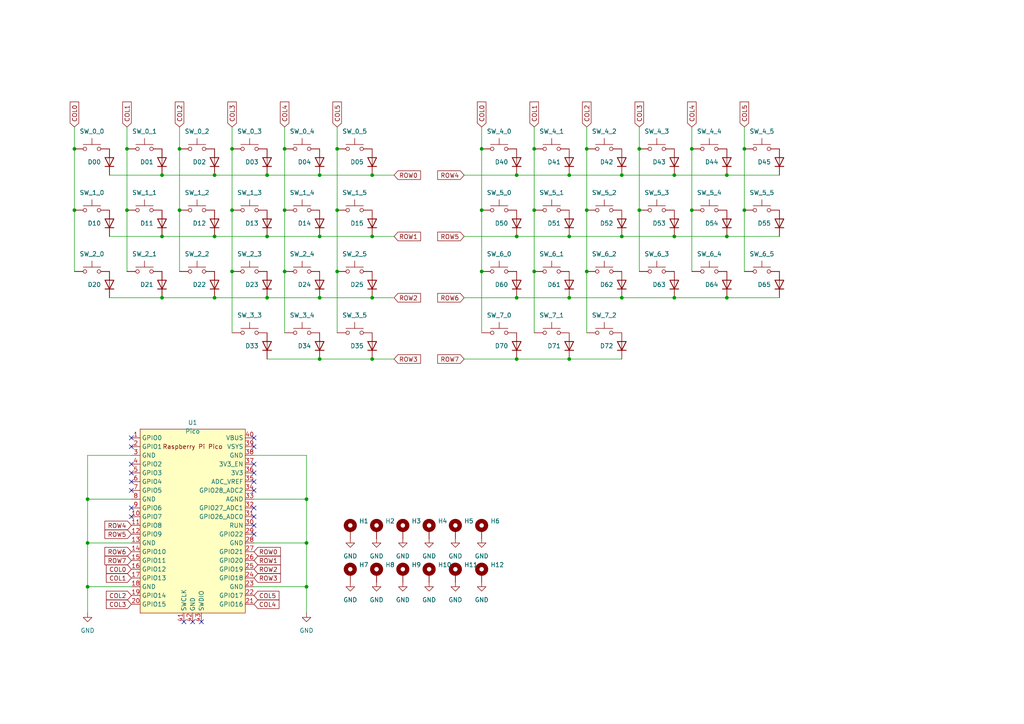
<source format=kicad_sch>
(kicad_sch (version 20231120) (generator "eeschema") (generator_version "8.0")
  (paper "A4")
  (lib_symbols
    (symbol "Device:D" (pin_numbers hide) (pin_names (offset 1.016) hide)
      (property "Reference" "D" (at 0 2.54 0))
      (property "Value" "D" (at 0 -2.54 0))
      (symbol "D_0_1"
        (polyline (pts (xy -1.27 1.27) (xy -1.27 -1.27)) (stroke (width 0.254)))
        (polyline (pts (xy 1.27 0) (xy -1.27 0)))
        (polyline (pts (xy 1.27 1.27) (xy 1.27 -1.27) (xy -1.27 0) (xy 1.27 1.27)) (stroke (width 0.254)))
      )
      (symbol "D_1_1"
        (pin passive line (at -3.81 0 0) (length 2.54) (name "K") (number "1"))
        (pin passive line (at 3.81 0 180) (length 2.54) (name "A") (number "2"))
      )
    )
    (symbol "MCU_RaspberryPi_and_Boards:Pico"
      (property "Reference" "U" (at -13.97 27.94 0))
      (property "Value" "Pico" (at 0 19.05 0))
      (symbol "Pico_0_0"
        (text "Raspberry Pi Pico" (at 0 21.59 0) (effects (font (size 1.27 1.27))))
      )
      (symbol "Pico_0_1"
        (rectangle (start -15.24 26.67) (end 15.24 -26.67) (fill (type background)))
      )
      (symbol "Pico_1_1"
        (pin bidirectional line (at -17.78 24.13 0) (length 2.54) (name "GPIO0") (number "1"))
        (pin bidirectional line (at -17.78 1.27 0) (length 2.54) (name "GPIO7") (number "10"))
        (pin bidirectional line (at -17.78 -1.27 0) (length 2.54) (name "GPIO8") (number "11"))
        (pin bidirectional line (at -17.78 -3.81 0) (length 2.54) (name "GPIO9") (number "12"))
        (pin power_in line (at -17.78 -6.35 0) (length 2.54) (name "GND") (number "13"))
        (pin bidirectional line (at -17.78 -8.89 0) (length 2.54) (name "GPIO10") (number "14"))
        (pin bidirectional line (at -17.78 -11.43 0) (length 2.54) (name "GPIO11") (number "15"))
        (pin bidirectional line (at -17.78 -13.97 0) (length 2.54) (name "GPIO12") (number "16"))
        (pin bidirectional line (at -17.78 -16.51 0) (length 2.54) (name "GPIO13") (number "17"))
        (pin power_in line (at -17.78 -19.05 0) (length 2.54) (name "GND") (number "18"))
        (pin bidirectional line (at -17.78 -21.59 0) (length 2.54) (name "GPIO14") (number "19"))
        (pin bidirectional line (at -17.78 21.59 0) (length 2.54) (name "GPIO1") (number "2"))
        (pin bidirectional line (at -17.78 -24.13 0) (length 2.54) (name "GPIO15") (number "20"))
        (pin bidirectional line (at 17.78 -24.13 180) (length 2.54) (name "GPIO16") (number "21"))
        (pin bidirectional line (at 17.78 -21.59 180) (length 2.54) (name "GPIO17") (number "22"))
        (pin power_in line (at 17.78 -19.05 180) (length 2.54) (name "GND") (number "23"))
        (pin bidirectional line (at 17.78 -16.51 180) (length 2.54) (name "GPIO18") (number "24"))
        (pin bidirectional line (at 17.78 -13.97 180) (length 2.54) (name "GPIO19") (number "25"))
        (pin bidirectional line (at 17.78 -11.43 180) (length 2.54) (name "GPIO20") (number "26"))
        (pin bidirectional line (at 17.78 -8.89 180) (length 2.54) (name "GPIO21") (number "27"))
        (pin power_in line (at 17.78 -6.35 180) (length 2.54) (name "GND") (number "28"))
        (pin bidirectional line (at 17.78 -3.81 180) (length 2.54) (name "GPIO22") (number "29"))
        (pin power_in line (at -17.78 19.05 0) (length 2.54) (name "GND") (number "3"))
        (pin input line (at 17.78 -1.27 180) (length 2.54) (name "RUN") (number "30"))
        (pin bidirectional line (at 17.78 1.27 180) (length 2.54) (name "GPIO26_ADC0") (number "31"))
        (pin bidirectional line (at 17.78 3.81 180) (length 2.54) (name "GPIO27_ADC1") (number "32"))
        (pin power_in line (at 17.78 6.35 180) (length 2.54) (name "AGND") (number "33"))
        (pin bidirectional line (at 17.78 8.89 180) (length 2.54) (name "GPIO28_ADC2") (number "34"))
        (pin power_in line (at 17.78 11.43 180) (length 2.54) (name "ADC_VREF") (number "35"))
        (pin power_in line (at 17.78 13.97 180) (length 2.54) (name "3V3") (number "36"))
        (pin input line (at 17.78 16.51 180) (length 2.54) (name "3V3_EN") (number "37"))
        (pin bidirectional line (at 17.78 19.05 180) (length 2.54) (name "GND") (number "38"))
        (pin power_in line (at 17.78 21.59 180) (length 2.54) (name "VSYS") (number "39"))
        (pin bidirectional line (at -17.78 16.51 0) (length 2.54) (name "GPIO2") (number "4"))
        (pin power_in line (at 17.78 24.13 180) (length 2.54) (name "VBUS") (number "40"))
        (pin input line (at -2.54 -29.21 90) (length 2.54) (name "SWCLK") (number "41"))
        (pin power_in line (at 0 -29.21 90) (length 2.54) (name "GND") (number "42"))
        (pin bidirectional line (at 2.54 -29.21 90) (length 2.54) (name "SWDIO") (number "43"))
        (pin bidirectional line (at -17.78 13.97 0) (length 2.54) (name "GPIO3") (number "5"))
        (pin bidirectional line (at -17.78 11.43 0) (length 2.54) (name "GPIO4") (number "6"))
        (pin bidirectional line (at -17.78 8.89 0) (length 2.54) (name "GPIO5") (number "7"))
        (pin power_in line (at -17.78 6.35 0) (length 2.54) (name "GND") (number "8"))
        (pin bidirectional line (at -17.78 3.81 0) (length 2.54) (name "GPIO6") (number "9"))
      )
    )
    (symbol "Mechanical:MountingHole_Pad" (pin_numbers hide) (pin_names (offset 1.016) hide) (exclude_from_sim yes) (in_bom no)
      (property "Reference" "H" (at 0 6.35 0))
      (property "Value" "MountingHole_Pad" (at 0 4.445 0))
      (symbol "MountingHole_Pad_0_1"
        (circle (center 0 1.27) (radius 1.27) (stroke (width 1.27)))
      )
      (symbol "MountingHole_Pad_1_1"
        (pin input line (at 0 -2.54 90) (length 2.54) (name "1") (number "1"))
      )
    )
    (symbol "Switch:SW_Push" (pin_numbers hide) (pin_names (offset 1.016) hide)
      (property "Reference" "SW" (at 1.27 2.54 0))
      (property "Value" "SW_Push" (at 0 -1.524 0))
      (symbol "SW_Push_0_1"
        (circle (center -2.032 0) (radius 0.508))
        (polyline (pts (xy 0 1.27) (xy 0 3.048)))
        (polyline (pts (xy 2.54 1.27) (xy -2.54 1.27)))
        (circle (center 2.032 0) (radius 0.508))
        (pin passive line (at -5.08 0 0) (length 2.54) (name "1") (number "1"))
        (pin passive line (at 5.08 0 180) (length 2.54) (name "2") (number "2"))
      )
    )
    (symbol "power:GND" (power) (pin_names (offset 0))
      (property "Value" "GND" (at 0 -3.81 0))
      (symbol "GND_0_1"
        (polyline (pts (xy 0 0) (xy 0 -1.27) (xy 1.27 -1.27) (xy 0 -2.54) (xy -1.27 -1.27) (xy 0 -1.27)))
      )
      (symbol "GND_1_1"
        (pin power_in line (at 0 0 270) (length 0) hide (name "GND") (number "1"))
      )
    )
  )
  (junction (at 97.79 43.18))
  (junction (at 82.55 43.18))
  (junction (at 170.18 78.74))
  (junction (at 154.94 43.18))
  (junction (at 154.94 78.74))
  (junction (at 25.4 157.48))
  (junction (at 67.31 43.18))
  (junction (at 154.94 60.96))
  (junction (at 88.9 144.78))
  (junction (at 107.95 68.58))
  (junction (at 170.18 43.18))
  (junction (at 139.7 60.96))
  (junction (at 185.42 60.96))
  (junction (at 195.58 50.8))
  (junction (at 180.34 50.8))
  (junction (at 67.31 60.96))
  (junction (at 25.4 144.78))
  (junction (at 165.1 68.58))
  (junction (at 21.59 60.96))
  (junction (at 195.58 68.58))
  (junction (at 97.79 60.96))
  (junction (at 77.47 50.8))
  (junction (at 62.23 86.36))
  (junction (at 200.66 43.18))
  (junction (at 149.86 50.8))
  (junction (at 107.95 104.14))
  (junction (at 46.99 68.58))
  (junction (at 165.1 104.14))
  (junction (at 139.7 78.74))
  (junction (at 82.55 78.74))
  (junction (at 46.99 50.8))
  (junction (at 52.07 43.18))
  (junction (at 77.47 68.58))
  (junction (at 165.1 86.36))
  (junction (at 210.82 86.36))
  (junction (at 88.9 170.18))
  (junction (at 67.31 78.74))
  (junction (at 200.66 60.96))
  (junction (at 92.71 86.36))
  (junction (at 62.23 68.58))
  (junction (at 139.7 43.18))
  (junction (at 165.1 50.8))
  (junction (at 52.07 60.96))
  (junction (at 82.55 60.96))
  (junction (at 215.9 43.18))
  (junction (at 107.95 50.8))
  (junction (at 77.47 86.36))
  (junction (at 46.99 86.36))
  (junction (at 180.34 68.58))
  (junction (at 36.83 43.18))
  (junction (at 149.86 68.58))
  (junction (at 107.95 86.36))
  (junction (at 215.9 60.96))
  (junction (at 92.71 68.58))
  (junction (at 62.23 50.8))
  (junction (at 88.9 157.48))
  (junction (at 92.71 50.8))
  (junction (at 36.83 60.96))
  (junction (at 149.86 104.14))
  (junction (at 25.4 170.18))
  (junction (at 170.18 60.96))
  (junction (at 97.79 78.74))
  (junction (at 210.82 50.8))
  (junction (at 195.58 86.36))
  (junction (at 180.34 86.36))
  (junction (at 149.86 86.36))
  (junction (at 92.71 104.14))
  (junction (at 185.42 43.18))
  (junction (at 210.82 68.58))
  (junction (at 21.59 43.18))
  (no_connect (at 38.1 127))
  (no_connect (at 38.1 149.86))
  (no_connect (at 55.88 180.34))
  (no_connect (at 73.66 127))
  (no_connect (at 73.66 129.54))
  (no_connect (at 38.1 147.32))
  (no_connect (at 38.1 134.62))
  (no_connect (at 38.1 137.16))
  (no_connect (at 38.1 139.7))
  (no_connect (at 73.66 147.32))
  (no_connect (at 73.66 149.86))
  (no_connect (at 73.66 142.24))
  (no_connect (at 73.66 139.7))
  (no_connect (at 73.66 134.62))
  (no_connect (at 58.42 180.34))
  (no_connect (at 53.34 180.34))
  (no_connect (at 73.66 152.4))
  (no_connect (at 38.1 129.54))
  (no_connect (at 73.66 154.94))
  (no_connect (at 73.66 137.16))
  (no_connect (at 38.1 142.24))
  (wire (pts (xy 25.4 157.48) (xy 25.4 170.18)))
  (wire (pts (xy 97.79 43.18) (xy 97.79 60.96)))
  (wire (pts (xy 38.1 132.08) (xy 25.4 132.08)))
  (wire (pts (xy 73.66 170.18) (xy 88.9 170.18)))
  (wire (pts (xy 62.23 86.36) (xy 77.47 86.36)))
  (wire (pts (xy 215.9 43.18) (xy 215.9 60.96)))
  (wire (pts (xy 21.59 43.18) (xy 21.59 60.96)))
  (wire (pts (xy 107.95 104.14) (xy 114.3 104.14)))
  (wire (pts (xy 185.42 43.18) (xy 185.42 60.96)))
  (wire (pts (xy 25.4 157.48) (xy 38.1 157.48)))
  (wire (pts (xy 31.75 68.58) (xy 46.99 68.58)))
  (wire (pts (xy 46.99 86.36) (xy 62.23 86.36)))
  (wire (pts (xy 36.83 43.18) (xy 36.83 60.96)))
  (wire (pts (xy 88.9 132.08) (xy 88.9 144.78)))
  (wire (pts (xy 139.7 60.96) (xy 139.7 78.74)))
  (wire (pts (xy 149.86 104.14) (xy 165.1 104.14)))
  (wire (pts (xy 165.1 104.14) (xy 180.34 104.14)))
  (wire (pts (xy 67.31 43.18) (xy 67.31 60.96)))
  (wire (pts (xy 200.66 60.96) (xy 200.66 78.74)))
  (wire (pts (xy 67.31 60.96) (xy 67.31 78.74)))
  (wire (pts (xy 154.94 78.74) (xy 154.94 96.52)))
  (wire (pts (xy 62.23 50.8) (xy 77.47 50.8)))
  (wire (pts (xy 82.55 60.96) (xy 82.55 78.74)))
  (wire (pts (xy 154.94 43.18) (xy 154.94 60.96)))
  (wire (pts (xy 92.71 50.8) (xy 107.95 50.8)))
  (wire (pts (xy 210.82 68.58) (xy 226.06 68.58)))
  (wire (pts (xy 170.18 43.18) (xy 170.18 60.96)))
  (wire (pts (xy 31.75 86.36) (xy 46.99 86.36)))
  (wire (pts (xy 170.18 78.74) (xy 170.18 96.52)))
  (wire (pts (xy 114.3 50.8) (xy 107.95 50.8)))
  (wire (pts (xy 25.4 170.18) (xy 25.4 177.8)))
  (wire (pts (xy 46.99 68.58) (xy 62.23 68.58)))
  (wire (pts (xy 77.47 50.8) (xy 92.71 50.8)))
  (wire (pts (xy 88.9 157.48) (xy 88.9 170.18)))
  (wire (pts (xy 180.34 86.36) (xy 195.58 86.36)))
  (wire (pts (xy 97.79 36.83) (xy 97.79 43.18)))
  (wire (pts (xy 77.47 86.36) (xy 92.71 86.36)))
  (wire (pts (xy 82.55 36.83) (xy 82.55 43.18)))
  (wire (pts (xy 92.71 104.14) (xy 107.95 104.14)))
  (wire (pts (xy 180.34 68.58) (xy 195.58 68.58)))
  (wire (pts (xy 82.55 78.74) (xy 82.55 96.52)))
  (wire (pts (xy 97.79 60.96) (xy 97.79 78.74)))
  (wire (pts (xy 62.23 68.58) (xy 77.47 68.58)))
  (wire (pts (xy 139.7 43.18) (xy 139.7 60.96)))
  (wire (pts (xy 200.66 36.83) (xy 200.66 43.18)))
  (wire (pts (xy 210.82 50.8) (xy 226.06 50.8)))
  (wire (pts (xy 114.3 86.36) (xy 107.95 86.36)))
  (wire (pts (xy 149.86 86.36) (xy 165.1 86.36)))
  (wire (pts (xy 97.79 78.74) (xy 97.79 96.52)))
  (wire (pts (xy 73.66 144.78) (xy 88.9 144.78)))
  (wire (pts (xy 88.9 170.18) (xy 88.9 177.8)))
  (wire (pts (xy 139.7 78.74) (xy 139.7 96.52)))
  (wire (pts (xy 31.75 50.8) (xy 46.99 50.8)))
  (wire (pts (xy 134.62 68.58) (xy 149.86 68.58)))
  (wire (pts (xy 185.42 36.83) (xy 185.42 43.18)))
  (wire (pts (xy 165.1 68.58) (xy 180.34 68.58)))
  (wire (pts (xy 77.47 104.14) (xy 92.71 104.14)))
  (wire (pts (xy 210.82 86.36) (xy 226.06 86.36)))
  (wire (pts (xy 195.58 50.8) (xy 210.82 50.8)))
  (wire (pts (xy 200.66 43.18) (xy 200.66 60.96)))
  (wire (pts (xy 134.62 50.8) (xy 149.86 50.8)))
  (wire (pts (xy 92.71 86.36) (xy 107.95 86.36)))
  (wire (pts (xy 180.34 50.8) (xy 195.58 50.8)))
  (wire (pts (xy 114.3 68.58) (xy 107.95 68.58)))
  (wire (pts (xy 25.4 144.78) (xy 25.4 157.48)))
  (wire (pts (xy 21.59 60.96) (xy 21.59 78.74)))
  (wire (pts (xy 25.4 144.78) (xy 38.1 144.78)))
  (wire (pts (xy 52.07 43.18) (xy 52.07 60.96)))
  (wire (pts (xy 88.9 144.78) (xy 88.9 157.48)))
  (wire (pts (xy 215.9 36.83) (xy 215.9 43.18)))
  (wire (pts (xy 73.66 157.48) (xy 88.9 157.48)))
  (wire (pts (xy 21.59 36.83) (xy 21.59 43.18)))
  (wire (pts (xy 38.1 170.18) (xy 25.4 170.18)))
  (wire (pts (xy 165.1 50.8) (xy 180.34 50.8)))
  (wire (pts (xy 215.9 60.96) (xy 215.9 78.74)))
  (wire (pts (xy 67.31 78.74) (xy 67.31 96.52)))
  (wire (pts (xy 82.55 43.18) (xy 82.55 60.96)))
  (wire (pts (xy 149.86 68.58) (xy 165.1 68.58)))
  (wire (pts (xy 46.99 50.8) (xy 62.23 50.8)))
  (wire (pts (xy 185.42 60.96) (xy 185.42 78.74)))
  (wire (pts (xy 154.94 36.83) (xy 154.94 43.18)))
  (wire (pts (xy 134.62 104.14) (xy 149.86 104.14)))
  (wire (pts (xy 149.86 50.8) (xy 165.1 50.8)))
  (wire (pts (xy 170.18 36.83) (xy 170.18 43.18)))
  (wire (pts (xy 52.07 60.96) (xy 52.07 78.74)))
  (wire (pts (xy 170.18 60.96) (xy 170.18 78.74)))
  (wire (pts (xy 36.83 60.96) (xy 36.83 78.74)))
  (wire (pts (xy 92.71 68.58) (xy 107.95 68.58)))
  (wire (pts (xy 73.66 132.08) (xy 88.9 132.08)))
  (wire (pts (xy 25.4 132.08) (xy 25.4 144.78)))
  (wire (pts (xy 77.47 68.58) (xy 92.71 68.58)))
  (wire (pts (xy 52.07 36.83) (xy 52.07 43.18)))
  (wire (pts (xy 134.62 86.36) (xy 149.86 86.36)))
  (wire (pts (xy 195.58 86.36) (xy 210.82 86.36)))
  (wire (pts (xy 36.83 36.83) (xy 36.83 43.18)))
  (wire (pts (xy 195.58 68.58) (xy 210.82 68.58)))
  (wire (pts (xy 154.94 60.96) (xy 154.94 78.74)))
  (wire (pts (xy 67.31 36.83) (xy 67.31 43.18)))
  (wire (pts (xy 139.7 36.83) (xy 139.7 43.18)))
  (wire (pts (xy 165.1 86.36) (xy 180.34 86.36)))
  (global_label "COL4" (shape input) (at 73.66 175.26 0) (property "Intersheetrefs" "${INTERSHEET_REFS}" (effects (hide yes))))
  (global_label "COL1" (shape input) (at 154.94 36.83 90) (property "Intersheetrefs" "${INTERSHEET_REFS}" (effects (hide yes))))
  (global_label "COL5" (shape input) (at 73.66 172.72 0) (property "Intersheetrefs" "${INTERSHEET_REFS}" (effects (hide yes))))
  (global_label "COL3" (shape input) (at 38.1 175.26 180) (property "Intersheetrefs" "${INTERSHEET_REFS}" (effects (hide yes))))
  (global_label "ROW3" (shape input) (at 114.3 104.14 0) (property "Intersheetrefs" "${INTERSHEET_REFS}" (effects (hide yes))))
  (global_label "COL5" (shape input) (at 215.9 36.83 90) (property "Intersheetrefs" "${INTERSHEET_REFS}" (effects (hide yes))))
  (global_label "ROW0" (shape input) (at 114.3 50.8 0) (property "Intersheetrefs" "${INTERSHEET_REFS}" (effects (hide yes))))
  (global_label "ROW5" (shape input) (at 134.62 68.58 180) (property "Intersheetrefs" "${INTERSHEET_REFS}" (effects (hide yes))))
  (global_label "ROW6" (shape input) (at 134.62 86.36 180) (property "Intersheetrefs" "${INTERSHEET_REFS}" (effects (hide yes))))
  (global_label "ROW1" (shape input) (at 73.66 162.56 0) (property "Intersheetrefs" "${INTERSHEET_REFS}" (effects (hide yes))))
  (global_label "ROW4" (shape input) (at 38.1 152.4 180) (property "Intersheetrefs" "${INTERSHEET_REFS}" (effects (hide yes))))
  (global_label "ROW4" (shape input) (at 134.62 50.8 180) (property "Intersheetrefs" "${INTERSHEET_REFS}" (effects (hide yes))))
  (global_label "ROW5" (shape input) (at 38.1 154.94 180) (property "Intersheetrefs" "${INTERSHEET_REFS}" (effects (hide yes))))
  (global_label "ROW0" (shape input) (at 73.66 160.02 0) (property "Intersheetrefs" "${INTERSHEET_REFS}" (effects (hide yes))))
  (global_label "COL0" (shape input) (at 139.7 36.83 90) (property "Intersheetrefs" "${INTERSHEET_REFS}" (effects (hide yes))))
  (global_label "ROW1" (shape input) (at 114.3 68.58 0) (property "Intersheetrefs" "${INTERSHEET_REFS}" (effects (hide yes))))
  (global_label "COL2" (shape input) (at 52.07 36.83 90) (property "Intersheetrefs" "${INTERSHEET_REFS}" (effects (hide yes))))
  (global_label "ROW7" (shape input) (at 134.62 104.14 180) (property "Intersheetrefs" "${INTERSHEET_REFS}" (effects (hide yes))))
  (global_label "COL3" (shape input) (at 67.31 36.83 90) (property "Intersheetrefs" "${INTERSHEET_REFS}" (effects (hide yes))))
  (global_label "COL0" (shape input) (at 38.1 165.1 180) (property "Intersheetrefs" "${INTERSHEET_REFS}" (effects (hide yes))))
  (global_label "ROW2" (shape input) (at 114.3 86.36 0) (property "Intersheetrefs" "${INTERSHEET_REFS}" (effects (hide yes))))
  (global_label "COL0" (shape input) (at 21.59 36.83 90) (property "Intersheetrefs" "${INTERSHEET_REFS}" (effects (hide yes))))
  (global_label "COL4" (shape input) (at 82.55 36.83 90) (property "Intersheetrefs" "${INTERSHEET_REFS}" (effects (hide yes))))
  (global_label "ROW6" (shape input) (at 38.1 160.02 180) (property "Intersheetrefs" "${INTERSHEET_REFS}" (effects (hide yes))))
  (global_label "COL3" (shape input) (at 185.42 36.83 90) (property "Intersheetrefs" "${INTERSHEET_REFS}" (effects (hide yes))))
  (global_label "ROW7" (shape input) (at 38.1 162.56 180) (property "Intersheetrefs" "${INTERSHEET_REFS}" (effects (hide yes))))
  (global_label "ROW2" (shape input) (at 73.66 165.1 0) (property "Intersheetrefs" "${INTERSHEET_REFS}" (effects (hide yes))))
  (global_label "COL1" (shape input) (at 36.83 36.83 90) (property "Intersheetrefs" "${INTERSHEET_REFS}" (effects (hide yes))))
  (global_label "COL2" (shape input) (at 38.1 172.72 180) (property "Intersheetrefs" "${INTERSHEET_REFS}" (effects (hide yes))))
  (global_label "COL1" (shape input) (at 38.1 167.64 180) (property "Intersheetrefs" "${INTERSHEET_REFS}" (effects (hide yes))))
  (global_label "ROW3" (shape input) (at 73.66 167.64 0) (property "Intersheetrefs" "${INTERSHEET_REFS}" (effects (hide yes))))
  (global_label "COL4" (shape input) (at 200.66 36.83 90) (property "Intersheetrefs" "${INTERSHEET_REFS}" (effects (hide yes))))
  (global_label "COL5" (shape input) (at 97.79 36.83 90) (property "Intersheetrefs" "${INTERSHEET_REFS}" (effects (hide yes))))
  (global_label "COL2" (shape input) (at 170.18 36.83 90) (property "Intersheetrefs" "${INTERSHEET_REFS}" (effects (hide yes))))
  (symbol (lib_id "Mechanical:MountingHole_Pad") (at 132.08 166.37 0) (unit 1) (exclude_from_sim yes) (in_bom no)
    (property "Reference" "H11" (at 134.62 163.8299 0) (effects (justify left)))
    (property "Value" "MountingHole_Pad" (effects (hide yes)))
    (property "Footprint" "MountingHole:MountingHole_2.2mm_M2_Pad_Via" (effects (hide yes)))
    (property "Description" "Mounting Hole with connection" (effects (hide yes)))
  )
  (symbol (lib_id "Mechanical:MountingHole_Pad") (at 116.84 153.67 0) (unit 1) (exclude_from_sim yes) (in_bom no)
    (property "Reference" "H3" (at 119.38 151.1299 0) (effects (justify left)))
    (property "Value" "MountingHole_Pad" (effects (hide yes)))
    (property "Footprint" "MountingHole:MountingHole_2.2mm_M2_Pad_Via" (effects (hide yes)))
    (property "Description" "Mounting Hole with connection" (effects (hide yes)))
  )
  (symbol (lib_id "Switch:SW_Push") (at 144.78 78.74 0) (unit 1)
    (property "Reference" "SW_6_0" (at 144.78 73.66 0))
    (property "Value" "SW_Push" (effects (hide yes)))
    (property "Footprint" "local_library:SW_Multi_Profile" (effects (hide yes)))
  )
  (symbol (lib_id "Switch:SW_Push") (at 220.98 43.18 0) (unit 1)
    (property "Reference" "SW_4_5" (at 220.98 38.1 0))
    (property "Value" "SW_Push" (effects (hide yes)))
    (property "Footprint" "local_library:SW_Multi_Profile" (effects (hide yes)))
  )
  (symbol (lib_id "Mechanical:MountingHole_Pad") (at 101.6 166.37 0) (unit 1) (exclude_from_sim yes) (in_bom no)
    (property "Reference" "H7" (at 104.14 163.8299 0) (effects (justify left)))
    (property "Value" "MountingHole_Pad" (effects (hide yes)))
    (property "Footprint" "MountingHole:MountingHole_2.2mm_M2_Pad_Via" (effects (hide yes)))
    (property "Description" "Mounting Hole with connection" (effects (hide yes)))
  )
  (symbol (lib_id "MCU_RaspberryPi_and_Boards:Pico") (at 55.88 151.13 0) (unit 1)
    (property "Reference" "U1" (at 55.88 122.555 0))
    (property "Value" "Pico" (at 55.88 125.095 0))
    (property "Footprint" "local_library:RPi_Pico_Space" (effects (hide yes)))
  )
  (symbol (lib_id "power:GND") (at 132.08 168.91 0) (unit 1)
    (property "Reference" "#PWR011" (effects (hide yes)))
    (property "Value" "GND" (at 132.08 173.99 0))
  )
  (symbol (lib_id "Mechanical:MountingHole_Pad") (at 139.7 153.67 0) (unit 1) (exclude_from_sim yes) (in_bom no)
    (property "Reference" "H6" (at 142.24 151.1299 0) (effects (justify left)))
    (property "Value" "MountingHole_Pad" (effects (hide yes)))
    (property "Footprint" "MountingHole:MountingHole_2.2mm_M2_Pad_Via" (effects (hide yes)))
    (property "Description" "Mounting Hole with connection" (effects (hide yes)))
  )
  (symbol (lib_id "Device:D") (at 77.47 46.99 90) (unit 1)
    (property "Reference" "D03" (at 71.12 46.99 90) (effects (justify right)))
    (property "Value" "D" (effects (hide yes)))
    (property "Footprint" "local_library:my-SOD-123" (effects (hide yes)))
  )
  (symbol (lib_id "power:GND") (at 101.6 156.21 0) (unit 1)
    (property "Reference" "#PWR01" (effects (hide yes)))
    (property "Value" "GND" (at 101.6 161.29 0))
  )
  (symbol (lib_id "Switch:SW_Push") (at 205.74 78.74 0) (unit 1)
    (property "Reference" "SW_6_4" (at 205.74 73.66 0))
    (property "Value" "SW_Push" (effects (hide yes)))
    (property "Footprint" "local_library:SW_Multi_Profile" (effects (hide yes)))
  )
  (symbol (lib_id "Device:D") (at 180.34 82.55 90) (unit 1)
    (property "Reference" "D62" (at 173.99 82.55 90) (effects (justify right)))
    (property "Value" "D" (effects (hide yes)))
    (property "Footprint" "local_library:my-SOD-123" (effects (hide yes)))
  )
  (symbol (lib_id "Switch:SW_Push") (at 72.39 60.96 0) (unit 1)
    (property "Reference" "SW_1_3" (at 72.39 55.88 0))
    (property "Value" "SW_Push" (effects (hide yes)))
    (property "Footprint" "local_library:SW_Multi_Profile" (effects (hide yes)))
  )
  (symbol (lib_id "power:GND") (at 139.7 156.21 0) (unit 1)
    (property "Reference" "#PWR06" (effects (hide yes)))
    (property "Value" "GND" (at 139.7 161.29 0))
  )
  (symbol (lib_id "Device:D") (at 31.75 46.99 90) (unit 1)
    (property "Reference" "D00" (at 25.4 46.99 90) (effects (justify right)))
    (property "Value" "D" (effects (hide yes)))
    (property "Footprint" "local_library:my-SOD-123" (effects (hide yes)))
  )
  (symbol (lib_id "Device:D") (at 107.95 82.55 90) (unit 1)
    (property "Reference" "D25" (at 101.6 82.55 90) (effects (justify right)))
    (property "Value" "D" (effects (hide yes)))
    (property "Footprint" "local_library:my-SOD-123" (effects (hide yes)))
  )
  (symbol (lib_id "Switch:SW_Push") (at 87.63 60.96 0) (unit 1)
    (property "Reference" "SW_1_4" (at 87.63 55.88 0))
    (property "Value" "SW_Push" (effects (hide yes)))
    (property "Footprint" "local_library:SW_Multi_Profile" (effects (hide yes)))
  )
  (symbol (lib_id "Mechanical:MountingHole_Pad") (at 109.22 153.67 0) (unit 1) (exclude_from_sim yes) (in_bom no)
    (property "Reference" "H2" (at 111.76 151.1299 0) (effects (justify left)))
    (property "Value" "MountingHole_Pad" (effects (hide yes)))
    (property "Footprint" "MountingHole:MountingHole_2.2mm_M2_Pad_Via" (effects (hide yes)))
    (property "Description" "Mounting Hole with connection" (effects (hide yes)))
  )
  (symbol (lib_id "Device:D") (at 165.1 82.55 90) (unit 1)
    (property "Reference" "D61" (at 158.75 82.55 90) (effects (justify right)))
    (property "Value" "D" (effects (hide yes)))
    (property "Footprint" "local_library:my-SOD-123" (effects (hide yes)))
  )
  (symbol (lib_id "Device:D") (at 226.06 46.99 90) (unit 1)
    (property "Reference" "D45" (at 219.71 46.99 90) (effects (justify right)))
    (property "Value" "D" (effects (hide yes)))
    (property "Footprint" "local_library:my-SOD-123" (effects (hide yes)))
  )
  (symbol (lib_id "Switch:SW_Push") (at 87.63 78.74 0) (unit 1)
    (property "Reference" "SW_2_4" (at 87.63 73.66 0))
    (property "Value" "SW_Push" (effects (hide yes)))
    (property "Footprint" "local_library:SW_Multi_Profile" (effects (hide yes)))
  )
  (symbol (lib_id "Device:D") (at 62.23 64.77 90) (unit 1)
    (property "Reference" "D12" (at 55.88 64.77 90) (effects (justify right)))
    (property "Value" "D" (effects (hide yes)))
    (property "Footprint" "local_library:my-SOD-123" (effects (hide yes)))
  )
  (symbol (lib_id "power:GND") (at 88.9 177.8 0) (unit 1)
    (property "Reference" "#PWR0102" (effects (hide yes)))
    (property "Value" "GND" (at 88.9 182.88 0))
  )
  (symbol (lib_id "Mechanical:MountingHole_Pad") (at 132.08 153.67 0) (unit 1) (exclude_from_sim yes) (in_bom no)
    (property "Reference" "H5" (at 134.62 151.1299 0) (effects (justify left)))
    (property "Value" "MountingHole_Pad" (effects (hide yes)))
    (property "Footprint" "MountingHole:MountingHole_2.2mm_M2_Pad_Via" (effects (hide yes)))
    (property "Description" "Mounting Hole with connection" (effects (hide yes)))
  )
  (symbol (lib_id "Switch:SW_Push") (at 72.39 78.74 0) (unit 1)
    (property "Reference" "SW_2_3" (at 72.39 73.66 0))
    (property "Value" "SW_Push" (effects (hide yes)))
    (property "Footprint" "local_library:SW_Multi_Profile" (effects (hide yes)))
  )
  (symbol (lib_id "Switch:SW_Push") (at 26.67 60.96 0) (unit 1)
    (property "Reference" "SW_1_0" (at 26.67 55.88 0))
    (property "Value" "SW_Push" (effects (hide yes)))
    (property "Footprint" "local_library:SW_Multi_Profile" (effects (hide yes)))
  )
  (symbol (lib_id "Switch:SW_Push") (at 205.74 60.96 0) (unit 1)
    (property "Reference" "SW_5_4" (at 205.74 55.88 0))
    (property "Value" "SW_Push" (effects (hide yes)))
    (property "Footprint" "local_library:SW_Multi_Profile" (effects (hide yes)))
  )
  (symbol (lib_id "power:GND") (at 116.84 156.21 0) (unit 1)
    (property "Reference" "#PWR03" (effects (hide yes)))
    (property "Value" "GND" (at 116.84 161.29 0))
  )
  (symbol (lib_id "power:GND") (at 109.22 156.21 0) (unit 1)
    (property "Reference" "#PWR02" (effects (hide yes)))
    (property "Value" "GND" (at 109.22 161.29 0))
  )
  (symbol (lib_id "power:GND") (at 25.4 177.8 0) (unit 1)
    (property "Reference" "#PWR0101" (effects (hide yes)))
    (property "Value" "GND" (at 25.4 182.88 0))
  )
  (symbol (lib_id "Mechanical:MountingHole_Pad") (at 124.46 153.67 0) (unit 1) (exclude_from_sim yes) (in_bom no)
    (property "Reference" "H4" (at 127 151.1299 0) (effects (justify left)))
    (property "Value" "MountingHole_Pad" (effects (hide yes)))
    (property "Footprint" "MountingHole:MountingHole_2.2mm_M2_Pad_Via" (effects (hide yes)))
    (property "Description" "Mounting Hole with connection" (effects (hide yes)))
  )
  (symbol (lib_id "Device:D") (at 226.06 82.55 90) (unit 1)
    (property "Reference" "D65" (at 219.71 82.55 90) (effects (justify right)))
    (property "Value" "D" (effects (hide yes)))
    (property "Footprint" "local_library:my-SOD-123" (effects (hide yes)))
  )
  (symbol (lib_id "Switch:SW_Push") (at 175.26 78.74 0) (unit 1)
    (property "Reference" "SW_6_2" (at 175.26 73.66 0))
    (property "Value" "SW_Push" (effects (hide yes)))
    (property "Footprint" "local_library:SW_Multi_Profile" (effects (hide yes)))
  )
  (symbol (lib_id "Mechanical:MountingHole_Pad") (at 101.6 153.67 0) (unit 1) (exclude_from_sim yes) (in_bom no)
    (property "Reference" "H1" (at 104.14 151.1299 0) (effects (justify left)))
    (property "Value" "MountingHole_Pad" (effects (hide yes)))
    (property "Footprint" "MountingHole:MountingHole_2.2mm_M2_Pad_Via" (effects (hide yes)))
    (property "Description" "Mounting Hole with connection" (effects (hide yes)))
  )
  (symbol (lib_id "Device:D") (at 210.82 82.55 90) (unit 1)
    (property "Reference" "D64" (at 204.47 82.55 90) (effects (justify right)))
    (property "Value" "D" (effects (hide yes)))
    (property "Footprint" "local_library:my-SOD-123" (effects (hide yes)))
  )
  (symbol (lib_id "Device:D") (at 77.47 64.77 90) (unit 1)
    (property "Reference" "D13" (at 71.12 64.77 90) (effects (justify right)))
    (property "Value" "D" (effects (hide yes)))
    (property "Footprint" "local_library:my-SOD-123" (effects (hide yes)))
  )
  (symbol (lib_id "Device:D") (at 210.82 64.77 90) (unit 1)
    (property "Reference" "D54" (at 204.47 64.77 90) (effects (justify right)))
    (property "Value" "D" (effects (hide yes)))
    (property "Footprint" "local_library:my-SOD-123" (effects (hide yes)))
  )
  (symbol (lib_id "Switch:SW_Push") (at 190.5 43.18 0) (unit 1)
    (property "Reference" "SW_4_3" (at 190.5 38.1 0))
    (property "Value" "SW_Push" (effects (hide yes)))
    (property "Footprint" "local_library:SW_Multi_Profile" (effects (hide yes)))
  )
  (symbol (lib_id "Device:D") (at 180.34 100.33 90) (unit 1)
    (property "Reference" "D72" (at 173.99 100.33 90) (effects (justify right)))
    (property "Value" "D" (effects (hide yes)))
    (property "Footprint" "local_library:my-SOD-123" (effects (hide yes)))
  )
  (symbol (lib_id "Switch:SW_Push") (at 190.5 78.74 0) (unit 1)
    (property "Reference" "SW_6_3" (at 190.5 73.66 0))
    (property "Value" "SW_Push" (effects (hide yes)))
    (property "Footprint" "local_library:SW_Multi_Profile" (effects (hide yes)))
  )
  (symbol (lib_id "Switch:SW_Push") (at 160.02 96.52 0) (unit 1)
    (property "Reference" "SW_7_1" (at 160.02 91.44 0))
    (property "Value" "SW_Push" (effects (hide yes)))
    (property "Footprint" "local_library:SW_Multi_Profile" (effects (hide yes)))
  )
  (symbol (lib_id "Device:D") (at 92.71 46.99 90) (unit 1)
    (property "Reference" "D04" (at 86.36 46.99 90) (effects (justify right)))
    (property "Value" "D" (effects (hide yes)))
    (property "Footprint" "local_library:my-SOD-123" (effects (hide yes)))
  )
  (symbol (lib_id "Switch:SW_Push") (at 175.26 60.96 0) (unit 1)
    (property "Reference" "SW_5_2" (at 175.26 55.88 0))
    (property "Value" "SW_Push" (effects (hide yes)))
    (property "Footprint" "local_library:SW_Multi_Profile" (effects (hide yes)))
  )
  (symbol (lib_id "Switch:SW_Push") (at 102.87 78.74 0) (unit 1)
    (property "Reference" "SW_2_5" (at 102.87 73.66 0))
    (property "Value" "SW_Push" (effects (hide yes)))
    (property "Footprint" "local_library:SW_Multi_Profile" (effects (hide yes)))
  )
  (symbol (lib_id "Device:D") (at 180.34 46.99 90) (unit 1)
    (property "Reference" "D42" (at 173.99 46.99 90) (effects (justify right)))
    (property "Value" "D" (effects (hide yes)))
    (property "Footprint" "local_library:my-SOD-123" (effects (hide yes)))
  )
  (symbol (lib_id "Device:D") (at 46.99 64.77 90) (unit 1)
    (property "Reference" "D11" (at 40.64 64.77 90) (effects (justify right)))
    (property "Value" "D" (effects (hide yes)))
    (property "Footprint" "local_library:my-SOD-123" (effects (hide yes)))
  )
  (symbol (lib_id "Switch:SW_Push") (at 57.15 43.18 0) (unit 1)
    (property "Reference" "SW_0_2" (at 57.15 38.1 0))
    (property "Value" "SW_Push" (effects (hide yes)))
    (property "Footprint" "local_library:SW_Multi_Profile" (effects (hide yes)))
  )
  (symbol (lib_id "Switch:SW_Push") (at 41.91 60.96 0) (unit 1)
    (property "Reference" "SW_1_1" (at 41.91 55.88 0))
    (property "Value" "SW_Push" (effects (hide yes)))
    (property "Footprint" "local_library:SW_Multi_Profile" (effects (hide yes)))
  )
  (symbol (lib_id "Switch:SW_Push") (at 175.26 96.52 0) (unit 1)
    (property "Reference" "SW_7_2" (at 175.26 91.44 0))
    (property "Value" "SW_Push" (effects (hide yes)))
    (property "Footprint" "local_library:SW_Multi_Profile" (effects (hide yes)))
  )
  (symbol (lib_id "Device:D") (at 165.1 46.99 90) (unit 1)
    (property "Reference" "D41" (at 158.75 46.99 90) (effects (justify right)))
    (property "Value" "D" (effects (hide yes)))
    (property "Footprint" "local_library:my-SOD-123" (effects (hide yes)))
  )
  (symbol (lib_id "power:GND") (at 109.22 168.91 0) (unit 1)
    (property "Reference" "#PWR08" (effects (hide yes)))
    (property "Value" "GND" (at 109.22 173.99 0))
  )
  (symbol (lib_id "Device:D") (at 149.86 82.55 90) (unit 1)
    (property "Reference" "D60" (at 143.51 82.55 90) (effects (justify right)))
    (property "Value" "D" (effects (hide yes)))
    (property "Footprint" "local_library:my-SOD-123" (effects (hide yes)))
  )
  (symbol (lib_id "Switch:SW_Push") (at 87.63 43.18 0) (unit 1)
    (property "Reference" "SW_0_4" (at 87.63 38.1 0))
    (property "Value" "SW_Push" (effects (hide yes)))
    (property "Footprint" "local_library:SW_Multi_Profile" (effects (hide yes)))
  )
  (symbol (lib_id "Device:D") (at 165.1 64.77 90) (unit 1)
    (property "Reference" "D51" (at 158.75 64.77 90) (effects (justify right)))
    (property "Value" "D" (effects (hide yes)))
    (property "Footprint" "local_library:my-SOD-123" (effects (hide yes)))
  )
  (symbol (lib_id "Switch:SW_Push") (at 102.87 43.18 0) (unit 1)
    (property "Reference" "SW_0_5" (at 102.87 38.1 0))
    (property "Value" "SW_Push" (effects (hide yes)))
    (property "Footprint" "local_library:SW_Multi_Profile" (effects (hide yes)))
  )
  (symbol (lib_id "power:GND") (at 139.7 168.91 0) (unit 1)
    (property "Reference" "#PWR012" (effects (hide yes)))
    (property "Value" "GND" (at 139.7 173.99 0))
  )
  (symbol (lib_id "Device:D") (at 195.58 82.55 90) (unit 1)
    (property "Reference" "D63" (at 189.23 82.55 90) (effects (justify right)))
    (property "Value" "D" (effects (hide yes)))
    (property "Footprint" "local_library:my-SOD-123" (effects (hide yes)))
  )
  (symbol (lib_id "Switch:SW_Push") (at 160.02 60.96 0) (unit 1)
    (property "Reference" "SW_5_1" (at 160.02 55.88 0))
    (property "Value" "SW_Push" (effects (hide yes)))
    (property "Footprint" "local_library:SW_Multi_Profile" (effects (hide yes)))
  )
  (symbol (lib_id "power:GND") (at 124.46 168.91 0) (unit 1)
    (property "Reference" "#PWR010" (effects (hide yes)))
    (property "Value" "GND" (at 124.46 173.99 0))
  )
  (symbol (lib_id "Switch:SW_Push") (at 57.15 78.74 0) (unit 1)
    (property "Reference" "SW_2_2" (at 57.15 73.66 0))
    (property "Value" "SW_Push" (effects (hide yes)))
    (property "Footprint" "local_library:SW_Multi_Profile" (effects (hide yes)))
  )
  (symbol (lib_id "Device:D") (at 195.58 64.77 90) (unit 1)
    (property "Reference" "D53" (at 189.23 64.77 90) (effects (justify right)))
    (property "Value" "D" (effects (hide yes)))
    (property "Footprint" "local_library:my-SOD-123" (effects (hide yes)))
  )
  (symbol (lib_id "Switch:SW_Push") (at 144.78 43.18 0) (unit 1)
    (property "Reference" "SW_4_0" (at 144.78 38.1 0))
    (property "Value" "SW_Push" (effects (hide yes)))
    (property "Footprint" "local_library:SW_Multi_Profile" (effects (hide yes)))
  )
  (symbol (lib_id "Switch:SW_Push") (at 175.26 43.18 0) (unit 1)
    (property "Reference" "SW_4_2" (at 175.26 38.1 0))
    (property "Value" "SW_Push" (effects (hide yes)))
    (property "Footprint" "local_library:SW_Multi_Profile" (effects (hide yes)))
  )
  (symbol (lib_id "Device:D") (at 210.82 46.99 90) (unit 1)
    (property "Reference" "D44" (at 204.47 46.99 90) (effects (justify right)))
    (property "Value" "D" (effects (hide yes)))
    (property "Footprint" "local_library:my-SOD-123" (effects (hide yes)))
  )
  (symbol (lib_id "Device:D") (at 107.95 64.77 90) (unit 1)
    (property "Reference" "D15" (at 101.6 64.77 90) (effects (justify right)))
    (property "Value" "D" (effects (hide yes)))
    (property "Footprint" "local_library:my-SOD-123" (effects (hide yes)))
  )
  (symbol (lib_id "Switch:SW_Push") (at 72.39 96.52 0) (unit 1)
    (property "Reference" "SW_3_3" (at 72.39 91.44 0))
    (property "Value" "SW_Push" (effects (hide yes)))
    (property "Footprint" "local_library:SW_Multi_Profile" (effects (hide yes)))
  )
  (symbol (lib_id "Device:D") (at 149.86 64.77 90) (unit 1)
    (property "Reference" "D50" (at 143.51 64.77 90) (effects (justify right)))
    (property "Value" "D" (effects (hide yes)))
    (property "Footprint" "local_library:my-SOD-123" (effects (hide yes)))
  )
  (symbol (lib_id "Device:D") (at 62.23 82.55 90) (unit 1)
    (property "Reference" "D22" (at 55.88 82.55 90) (effects (justify right)))
    (property "Value" "D" (effects (hide yes)))
    (property "Footprint" "local_library:my-SOD-123" (effects (hide yes)))
  )
  (symbol (lib_id "Switch:SW_Push") (at 160.02 78.74 0) (unit 1)
    (property "Reference" "SW_6_1" (at 160.02 73.66 0))
    (property "Value" "SW_Push" (effects (hide yes)))
    (property "Footprint" "local_library:SW_Multi_Profile" (effects (hide yes)))
  )
  (symbol (lib_id "Device:D") (at 77.47 82.55 90) (unit 1)
    (property "Reference" "D23" (at 71.12 82.55 90) (effects (justify right)))
    (property "Value" "D" (effects (hide yes)))
    (property "Footprint" "local_library:my-SOD-123" (effects (hide yes)))
  )
  (symbol (lib_id "Device:D") (at 195.58 46.99 90) (unit 1)
    (property "Reference" "D43" (at 189.23 46.99 90) (effects (justify right)))
    (property "Value" "D" (effects (hide yes)))
    (property "Footprint" "local_library:my-SOD-123" (effects (hide yes)))
  )
  (symbol (lib_id "Device:D") (at 31.75 82.55 90) (unit 1)
    (property "Reference" "D20" (at 25.4 82.55 90) (effects (justify right)))
    (property "Value" "D" (effects (hide yes)))
    (property "Footprint" "local_library:my-SOD-123" (effects (hide yes)))
  )
  (symbol (lib_id "Mechanical:MountingHole_Pad") (at 109.22 166.37 0) (unit 1) (exclude_from_sim yes) (in_bom no)
    (property "Reference" "H8" (at 111.76 163.8299 0) (effects (justify left)))
    (property "Value" "MountingHole_Pad" (effects (hide yes)))
    (property "Footprint" "MountingHole:MountingHole_2.2mm_M2_Pad_Via" (effects (hide yes)))
    (property "Description" "Mounting Hole with connection" (effects (hide yes)))
  )
  (symbol (lib_id "Device:D") (at 62.23 46.99 90) (unit 1)
    (property "Reference" "D02" (at 55.88 46.99 90) (effects (justify right)))
    (property "Value" "D" (effects (hide yes)))
    (property "Footprint" "local_library:my-SOD-123" (effects (hide yes)))
  )
  (symbol (lib_id "Switch:SW_Push") (at 41.91 43.18 0) (unit 1)
    (property "Reference" "SW_0_1" (at 41.91 38.1 0))
    (property "Value" "SW_Push" (effects (hide yes)))
    (property "Footprint" "local_library:SW_Multi_Profile" (effects (hide yes)))
  )
  (symbol (lib_id "Switch:SW_Push") (at 72.39 43.18 0) (unit 1)
    (property "Reference" "SW_0_3" (at 72.39 38.1 0))
    (property "Value" "SW_Push" (effects (hide yes)))
    (property "Footprint" "local_library:SW_Multi_Profile" (effects (hide yes)))
  )
  (symbol (lib_id "Mechanical:MountingHole_Pad") (at 139.7 166.37 0) (unit 1) (exclude_from_sim yes) (in_bom no)
    (property "Reference" "H12" (at 142.24 163.8299 0) (effects (justify left)))
    (property "Value" "MountingHole_Pad" (effects (hide yes)))
    (property "Footprint" "MountingHole:MountingHole_2.2mm_M2_Pad_Via" (effects (hide yes)))
    (property "Description" "Mounting Hole with connection" (effects (hide yes)))
  )
  (symbol (lib_id "Switch:SW_Push") (at 102.87 96.52 0) (unit 1)
    (property "Reference" "SW_3_5" (at 102.87 91.44 0))
    (property "Value" "SW_Push" (effects (hide yes)))
    (property "Footprint" "local_library:SW_Multi_Profile" (effects (hide yes)))
  )
  (symbol (lib_id "Switch:SW_Push") (at 102.87 60.96 0) (unit 1)
    (property "Reference" "SW_1_5" (at 102.87 55.88 0))
    (property "Value" "SW_Push" (effects (hide yes)))
    (property "Footprint" "local_library:SW_Multi_Profile" (effects (hide yes)))
  )
  (symbol (lib_id "Device:D") (at 92.71 100.33 90) (unit 1)
    (property "Reference" "D34" (at 86.36 100.33 90) (effects (justify right)))
    (property "Value" "D" (effects (hide yes)))
    (property "Footprint" "local_library:my-SOD-123" (effects (hide yes)))
  )
  (symbol (lib_id "Device:D") (at 77.47 100.33 90) (unit 1)
    (property "Reference" "D33" (at 71.12 100.33 90) (effects (justify right)))
    (property "Value" "D" (effects (hide yes)))
    (property "Footprint" "local_library:my-SOD-123" (effects (hide yes)))
  )
  (symbol (lib_id "Mechanical:MountingHole_Pad") (at 116.84 166.37 0) (unit 1) (exclude_from_sim yes) (in_bom no)
    (property "Reference" "H9" (at 119.38 163.8299 0) (effects (justify left)))
    (property "Value" "MountingHole_Pad" (effects (hide yes)))
    (property "Footprint" "MountingHole:MountingHole_2.2mm_M2_Pad_Via" (effects (hide yes)))
    (property "Description" "Mounting Hole with connection" (effects (hide yes)))
  )
  (symbol (lib_id "Switch:SW_Push") (at 57.15 60.96 0) (unit 1)
    (property "Reference" "SW_1_2" (at 57.15 55.88 0))
    (property "Value" "SW_Push" (effects (hide yes)))
    (property "Footprint" "local_library:SW_Multi_Profile" (effects (hide yes)))
  )
  (symbol (lib_id "Device:D") (at 165.1 100.33 90) (unit 1)
    (property "Reference" "D71" (at 158.75 100.33 90) (effects (justify right)))
    (property "Value" "D" (effects (hide yes)))
    (property "Footprint" "local_library:my-SOD-123" (effects (hide yes)))
  )
  (symbol (lib_id "Switch:SW_Push") (at 26.67 78.74 0) (unit 1)
    (property "Reference" "SW_2_0" (at 26.67 73.66 0))
    (property "Value" "SW_Push" (effects (hide yes)))
    (property "Footprint" "local_library:SW_Multi_Profile" (effects (hide yes)))
  )
  (symbol (lib_id "Device:D") (at 226.06 64.77 90) (unit 1)
    (property "Reference" "D55" (at 219.71 64.77 90) (effects (justify right)))
    (property "Value" "D" (effects (hide yes)))
    (property "Footprint" "local_library:my-SOD-123" (effects (hide yes)))
  )
  (symbol (lib_id "Mechanical:MountingHole_Pad") (at 124.46 166.37 0) (unit 1) (exclude_from_sim yes) (in_bom no)
    (property "Reference" "H10" (at 127 163.8299 0) (effects (justify left)))
    (property "Value" "MountingHole_Pad" (effects (hide yes)))
    (property "Footprint" "MountingHole:MountingHole_2.2mm_M2_Pad_Via" (effects (hide yes)))
    (property "Description" "Mounting Hole with connection" (effects (hide yes)))
  )
  (symbol (lib_id "Device:D") (at 107.95 100.33 90) (unit 1)
    (property "Reference" "D35" (at 101.6 100.33 90) (effects (justify right)))
    (property "Value" "D" (effects (hide yes)))
    (property "Footprint" "local_library:my-SOD-123" (effects (hide yes)))
  )
  (symbol (lib_id "Switch:SW_Push") (at 26.67 43.18 0) (unit 1)
    (property "Reference" "SW_0_0" (at 26.67 38.1 0))
    (property "Value" "SW_Push" (effects (hide yes)))
    (property "Footprint" "local_library:SW_Multi_Profile" (effects (hide yes)))
  )
  (symbol (lib_id "Device:D") (at 92.71 64.77 90) (unit 1)
    (property "Reference" "D14" (at 86.36 64.77 90) (effects (justify right)))
    (property "Value" "D" (effects (hide yes)))
    (property "Footprint" "local_library:my-SOD-123" (effects (hide yes)))
  )
  (symbol (lib_id "Switch:SW_Push") (at 87.63 96.52 0) (unit 1)
    (property "Reference" "SW_3_4" (at 87.63 91.44 0))
    (property "Value" "SW_Push" (effects (hide yes)))
    (property "Footprint" "local_library:SW_Multi_Profile" (effects (hide yes)))
  )
  (symbol (lib_id "Device:D") (at 31.75 64.77 90) (unit 1)
    (property "Reference" "D10" (at 25.4 64.77 90) (effects (justify right)))
    (property "Value" "D" (effects (hide yes)))
    (property "Footprint" "local_library:my-SOD-123" (effects (hide yes)))
  )
  (symbol (lib_id "Device:D") (at 149.86 46.99 90) (unit 1)
    (property "Reference" "D40" (at 143.51 46.99 90) (effects (justify right)))
    (property "Value" "D" (effects (hide yes)))
    (property "Footprint" "local_library:my-SOD-123" (effects (hide yes)))
  )
  (symbol (lib_id "Switch:SW_Push") (at 190.5 60.96 0) (unit 1)
    (property "Reference" "SW_5_3" (at 190.5 55.88 0))
    (property "Value" "SW_Push" (effects (hide yes)))
    (property "Footprint" "local_library:SW_Multi_Profile" (effects (hide yes)))
  )
  (symbol (lib_id "power:GND") (at 101.6 168.91 0) (unit 1)
    (property "Reference" "#PWR07" (effects (hide yes)))
    (property "Value" "GND" (at 101.6 173.99 0))
  )
  (symbol (lib_id "Device:D") (at 46.99 82.55 90) (unit 1)
    (property "Reference" "D21" (at 40.64 82.55 90) (effects (justify right)))
    (property "Value" "D" (effects (hide yes)))
    (property "Footprint" "local_library:my-SOD-123" (effects (hide yes)))
  )
  (symbol (lib_id "Switch:SW_Push") (at 41.91 78.74 0) (unit 1)
    (property "Reference" "SW_2_1" (at 41.91 73.66 0))
    (property "Value" "SW_Push" (effects (hide yes)))
    (property "Footprint" "local_library:SW_Multi_Profile" (effects (hide yes)))
  )
  (symbol (lib_id "Device:D") (at 180.34 64.77 90) (unit 1)
    (property "Reference" "D52" (at 173.99 64.77 90) (effects (justify right)))
    (property "Value" "D" (effects (hide yes)))
    (property "Footprint" "local_library:my-SOD-123" (effects (hide yes)))
  )
  (symbol (lib_id "Switch:SW_Push") (at 220.98 78.74 0) (unit 1)
    (property "Reference" "SW_6_5" (at 220.98 73.66 0))
    (property "Value" "SW_Push" (effects (hide yes)))
    (property "Footprint" "local_library:SW_Multi_Profile" (effects (hide yes)))
  )
  (symbol (lib_id "Switch:SW_Push") (at 144.78 96.52 0) (unit 1)
    (property "Reference" "SW_7_0" (at 144.78 91.44 0))
    (property "Value" "SW_Push" (effects (hide yes)))
    (property "Footprint" "local_library:SW_Multi_Profile" (effects (hide yes)))
  )
  (symbol (lib_id "Device:D") (at 107.95 46.99 90) (unit 1)
    (property "Reference" "D05" (at 101.6 46.99 90) (effects (justify right)))
    (property "Value" "D" (effects (hide yes)))
    (property "Footprint" "local_library:my-SOD-123" (effects (hide yes)))
  )
  (symbol (lib_id "Device:D") (at 46.99 46.99 90) (unit 1)
    (property "Reference" "D01" (at 40.64 46.99 90) (effects (justify right)))
    (property "Value" "D" (effects (hide yes)))
    (property "Footprint" "local_library:my-SOD-123" (effects (hide yes)))
  )
  (symbol (lib_id "Switch:SW_Push") (at 160.02 43.18 0) (unit 1)
    (property "Reference" "SW_4_1" (at 160.02 38.1 0))
    (property "Value" "SW_Push" (effects (hide yes)))
    (property "Footprint" "local_library:SW_Multi_Profile" (effects (hide yes)))
  )
  (symbol (lib_id "Switch:SW_Push") (at 144.78 60.96 0) (unit 1)
    (property "Reference" "SW_5_0" (at 144.78 55.88 0))
    (property "Value" "SW_Push" (effects (hide yes)))
    (property "Footprint" "local_library:SW_Multi_Profile" (effects (hide yes)))
  )
  (symbol (lib_id "Switch:SW_Push") (at 205.74 43.18 0) (unit 1)
    (property "Reference" "SW_4_4" (at 205.74 38.1 0))
    (property "Value" "SW_Push" (effects (hide yes)))
    (property "Footprint" "local_library:SW_Multi_Profile" (effects (hide yes)))
  )
  (symbol (lib_id "power:GND") (at 116.84 168.91 0) (unit 1)
    (property "Reference" "#PWR09" (effects (hide yes)))
    (property "Value" "GND" (at 116.84 173.99 0))
  )
  (symbol (lib_id "power:GND") (at 132.08 156.21 0) (unit 1)
    (property "Reference" "#PWR05" (effects (hide yes)))
    (property "Value" "GND" (at 132.08 161.29 0))
  )
  (symbol (lib_id "Device:D") (at 92.71 82.55 90) (unit 1)
    (property "Reference" "D24" (at 86.36 82.55 90) (effects (justify right)))
    (property "Value" "D" (effects (hide yes)))
    (property "Footprint" "local_library:my-SOD-123" (effects (hide yes)))
  )
  (symbol (lib_id "Device:D") (at 149.86 100.33 90) (unit 1)
    (property "Reference" "D70" (at 143.51 100.33 90) (effects (justify right)))
    (property "Value" "D" (effects (hide yes)))
    (property "Footprint" "local_library:my-SOD-123" (effects (hide yes)))
  )
  (symbol (lib_id "power:GND") (at 124.46 156.21 0) (unit 1)
    (property "Reference" "#PWR04" (effects (hide yes)))
    (property "Value" "GND" (at 124.46 161.29 0))
  )
  (symbol (lib_id "Switch:SW_Push") (at 220.98 60.96 0) (unit 1)
    (property "Reference" "SW_5_5" (at 220.98 55.88 0))
    (property "Value" "SW_Push" (effects (hide yes)))
    (property "Footprint" "local_library:SW_Multi_Profile" (effects (hide yes)))
  )
)
</source>
